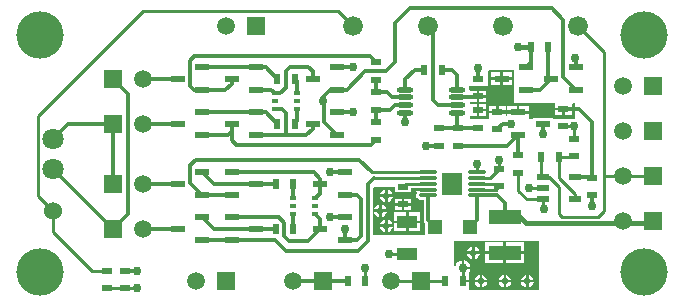
<source format=gtl>
G04 Layer_Physical_Order=1*
G04 Layer_Color=255*
%FSLAX24Y24*%
%MOIN*%
G70*
G01*
G75*
%ADD10R,0.0354X0.0197*%
%ADD11R,0.0197X0.0354*%
%ADD12R,0.0512X0.0236*%
%ADD13R,0.0661X0.0740*%
%ADD14O,0.0630X0.0118*%
%ADD15O,0.0571X0.0177*%
%ADD16R,0.0236X0.0165*%
%ADD17R,0.0413X0.0236*%
%ADD18R,0.0512X0.0512*%
%ADD19R,0.1102X0.0492*%
%ADD20R,0.0669X0.0433*%
%ADD21C,0.0120*%
%ADD22C,0.0100*%
%ADD23C,0.0150*%
%ADD24R,0.0591X0.0591*%
%ADD25C,0.0591*%
%ADD26C,0.0661*%
%ADD27C,0.0709*%
%ADD28C,0.0300*%
%ADD29C,0.0197*%
%ADD30C,0.0600*%
%ADD31C,0.0220*%
%ADD32C,0.1575*%
G36*
X29950Y14700D02*
X27634D01*
X27594Y14723D01*
X27594Y14750D01*
Y14960D01*
X27395D01*
Y15040D01*
X27594D01*
Y15277D01*
X27594Y15277D01*
X27594D01*
X27612Y15320D01*
X27631Y15348D01*
X27642Y15405D01*
X27395D01*
Y15445D01*
X27355D01*
Y15692D01*
X27298Y15681D01*
X27215Y15626D01*
X27160Y15543D01*
X27150Y15494D01*
X27100Y15499D01*
Y16350D01*
X29950D01*
Y14700D01*
D02*
G37*
G36*
X29100Y20950D02*
X30425Y20950D01*
X30473Y20944D01*
X30473Y20900D01*
Y20785D01*
X31027D01*
Y20900D01*
X31075Y20950D01*
X31150D01*
Y20435D01*
X31115Y20400D01*
X30399Y20400D01*
Y20448D01*
X29727D01*
Y20435D01*
X29692Y20400D01*
X29640D01*
X29593Y20406D01*
Y20584D01*
X28881D01*
Y20498D01*
X28877Y20496D01*
X28827Y20525D01*
Y20605D01*
X28273D01*
Y20450D01*
X28265Y20400D01*
X27650Y20400D01*
Y20497D01*
X27860D01*
Y20695D01*
Y20894D01*
X27650D01*
Y20956D01*
X27860D01*
Y21155D01*
Y21353D01*
X27623D01*
X27600Y21394D01*
Y21500D01*
X28250D01*
X28250Y22015D01*
X28285Y22050D01*
X29100D01*
X29100Y20950D01*
D02*
G37*
G36*
X25143Y18150D02*
Y17967D01*
X25657D01*
Y18117D01*
X25777D01*
X25797Y18093D01*
X26233D01*
Y18013D01*
X25823D01*
X25827Y17991D01*
X25862Y17938D01*
X25864Y17937D01*
X25846Y17911D01*
X25835Y17856D01*
X25846Y17802D01*
X25877Y17756D01*
X25923Y17725D01*
X25977Y17715D01*
X26090D01*
Y17026D01*
X26090Y17026D01*
X26101Y16972D01*
X26124Y16938D01*
Y16550D01*
X24428Y16550D01*
X24393Y16585D01*
Y17311D01*
X24403Y17312D01*
Y17388D01*
X24393Y17389D01*
Y18115D01*
X24428Y18150D01*
X25143D01*
D02*
G37*
%LPC*%
G36*
X28750Y16296D02*
X28139D01*
Y15990D01*
X28750D01*
Y16296D01*
D02*
G37*
G36*
X29441D02*
X28830D01*
Y15990D01*
X29441D01*
Y16296D01*
D02*
G37*
G36*
X27710Y16156D02*
X27668Y16148D01*
X27599Y16101D01*
X27552Y16032D01*
X27544Y15990D01*
X27710D01*
Y16156D01*
D02*
G37*
G36*
X29441Y15910D02*
X28830D01*
Y15604D01*
X29441D01*
Y15910D01*
D02*
G37*
G36*
X27710Y15910D02*
X27544D01*
X27552Y15868D01*
X27599Y15799D01*
X27668Y15752D01*
X27710Y15744D01*
Y15910D01*
D02*
G37*
G36*
X27956D02*
X27790D01*
Y15744D01*
X27832Y15752D01*
X27901Y15799D01*
X27948Y15868D01*
X27956Y15910D01*
D02*
G37*
G36*
X27790Y16156D02*
Y15990D01*
X27956D01*
X27948Y16032D01*
X27901Y16101D01*
X27832Y16148D01*
X27790Y16156D01*
D02*
G37*
G36*
X25510Y16941D02*
X25115D01*
Y16665D01*
X25510D01*
Y16941D01*
D02*
G37*
G36*
X25985D02*
X25590D01*
Y16665D01*
X25985D01*
Y16941D01*
D02*
G37*
G36*
X24810Y17056D02*
X24768Y17048D01*
X24699Y17001D01*
X24652Y16932D01*
X24644Y16890D01*
X24810D01*
Y17056D01*
D02*
G37*
G36*
X27960Y14960D02*
X27794D01*
X27802Y14918D01*
X27849Y14849D01*
X27918Y14802D01*
X27960Y14794D01*
Y14960D01*
D02*
G37*
G36*
X24810Y16810D02*
X24644D01*
X24652Y16768D01*
X24699Y16699D01*
X24768Y16652D01*
X24810Y16644D01*
Y16810D01*
D02*
G37*
G36*
X25056D02*
X24890D01*
Y16644D01*
X24932Y16652D01*
X25001Y16699D01*
X25048Y16768D01*
X25056Y16810D01*
D02*
G37*
G36*
X27960Y15206D02*
X27918Y15198D01*
X27849Y15151D01*
X27802Y15082D01*
X27794Y15040D01*
X27960D01*
Y15206D01*
D02*
G37*
G36*
X28040D02*
Y15040D01*
X28206D01*
X28198Y15082D01*
X28151Y15151D01*
X28082Y15198D01*
X28040Y15206D01*
D02*
G37*
G36*
X28760D02*
X28718Y15198D01*
X28649Y15151D01*
X28602Y15082D01*
X28594Y15040D01*
X28760D01*
Y15206D01*
D02*
G37*
G36*
X29006Y14960D02*
X28840D01*
Y14794D01*
X28882Y14802D01*
X28951Y14849D01*
X28998Y14918D01*
X29006Y14960D01*
D02*
G37*
G36*
X29510D02*
X29344D01*
X29352Y14918D01*
X29399Y14849D01*
X29468Y14802D01*
X29510Y14794D01*
Y14960D01*
D02*
G37*
G36*
X29756D02*
X29590D01*
Y14794D01*
X29632Y14802D01*
X29701Y14849D01*
X29748Y14918D01*
X29756Y14960D01*
D02*
G37*
G36*
X28840Y15206D02*
Y15040D01*
X29006D01*
X28998Y15082D01*
X28951Y15151D01*
X28882Y15198D01*
X28840Y15206D01*
D02*
G37*
G36*
X27435Y15692D02*
Y15485D01*
X27642D01*
X27631Y15543D01*
X27576Y15626D01*
X27493Y15681D01*
X27435Y15692D01*
D02*
G37*
G36*
X28206Y14960D02*
X28040D01*
Y14794D01*
X28082Y14802D01*
X28151Y14849D01*
X28198Y14918D01*
X28206Y14960D01*
D02*
G37*
G36*
X28750Y15910D02*
X28139D01*
Y15604D01*
X28750D01*
Y15910D01*
D02*
G37*
G36*
X29510Y15206D02*
X29468Y15198D01*
X29399Y15151D01*
X29352Y15082D01*
X29344Y15040D01*
X29510D01*
Y15206D01*
D02*
G37*
G36*
X29590D02*
Y15040D01*
X29756D01*
X29748Y15082D01*
X29701Y15151D01*
X29632Y15198D01*
X29590Y15206D01*
D02*
G37*
G36*
X28760Y14960D02*
X28594D01*
X28602Y14918D01*
X28649Y14849D01*
X28718Y14802D01*
X28760Y14794D01*
Y14960D01*
D02*
G37*
G36*
X24890Y17056D02*
Y16890D01*
X25056D01*
X25048Y16932D01*
X25001Y17001D01*
X24932Y17048D01*
X24890Y17056D01*
D02*
G37*
G36*
X29593Y20842D02*
X29277D01*
Y20664D01*
X29593D01*
Y20842D01*
D02*
G37*
G36*
X28510Y20844D02*
X28273D01*
Y20685D01*
X28510D01*
Y20844D01*
D02*
G37*
G36*
X28827D02*
X28590D01*
Y20685D01*
X28827D01*
Y20844D01*
D02*
G37*
G36*
X29197Y20842D02*
X28881D01*
Y20664D01*
X29197D01*
Y20842D01*
D02*
G37*
G36*
X28177Y20655D02*
X27940D01*
Y20497D01*
X28177D01*
Y20655D01*
D02*
G37*
G36*
X30710Y20705D02*
X30473D01*
Y20547D01*
X30710D01*
Y20705D01*
D02*
G37*
G36*
X31027D02*
X30790D01*
Y20547D01*
X31027D01*
Y20705D01*
D02*
G37*
G36*
X29043Y21710D02*
X28727D01*
Y21532D01*
X29043D01*
Y21710D01*
D02*
G37*
G36*
X28647Y21968D02*
X28331D01*
Y21790D01*
X28647D01*
Y21968D01*
D02*
G37*
G36*
X29043D02*
X28727D01*
Y21790D01*
X29043D01*
Y21968D01*
D02*
G37*
G36*
X28647Y21710D02*
X28331D01*
Y21532D01*
X28647D01*
Y21710D01*
D02*
G37*
G36*
X28177Y20894D02*
X27940D01*
Y20735D01*
X28177D01*
Y20894D01*
D02*
G37*
G36*
Y21115D02*
X27940D01*
Y20956D01*
X28177D01*
Y21115D01*
D02*
G37*
G36*
X27940Y21353D02*
Y21195D01*
X28177D01*
Y21353D01*
X27940D01*
D02*
G37*
G36*
X25360Y17515D02*
X25123D01*
Y17356D01*
X25360D01*
Y17515D01*
D02*
G37*
G36*
X25677D02*
X25440D01*
Y17356D01*
X25677D01*
Y17515D01*
D02*
G37*
G36*
X24610Y17556D02*
X24568Y17548D01*
X24499Y17501D01*
X24452Y17432D01*
X24444Y17390D01*
X24610D01*
Y17556D01*
D02*
G37*
G36*
X24856Y17310D02*
X24690D01*
Y17144D01*
X24732Y17152D01*
X24801Y17199D01*
X24848Y17268D01*
X24856Y17310D01*
D02*
G37*
G36*
X25510Y17298D02*
X25115D01*
Y17021D01*
X25510D01*
Y17298D01*
D02*
G37*
G36*
X25985D02*
X25590D01*
Y17021D01*
X25985D01*
Y17298D01*
D02*
G37*
G36*
X24610Y17310D02*
X24444D01*
X24452Y17268D01*
X24499Y17199D01*
X24568Y17152D01*
X24610Y17144D01*
Y17310D01*
D02*
G37*
G36*
X25056Y17810D02*
X24890D01*
Y17644D01*
X24932Y17652D01*
X25001Y17699D01*
X25048Y17768D01*
X25056Y17810D01*
D02*
G37*
G36*
X24810Y18056D02*
X24768Y18048D01*
X24699Y18001D01*
X24652Y17932D01*
X24644Y17890D01*
X24810D01*
Y18056D01*
D02*
G37*
G36*
X24890D02*
Y17890D01*
X25056D01*
X25048Y17932D01*
X25001Y18001D01*
X24932Y18048D01*
X24890Y18056D01*
D02*
G37*
G36*
X24810Y17810D02*
X24644D01*
X24652Y17768D01*
X24699Y17699D01*
X24768Y17652D01*
X24810Y17644D01*
Y17810D01*
D02*
G37*
G36*
X24690Y17556D02*
Y17390D01*
X24856D01*
X24848Y17432D01*
X24801Y17501D01*
X24732Y17548D01*
X24690Y17556D01*
D02*
G37*
G36*
X25360Y17753D02*
X25123D01*
Y17595D01*
X25360D01*
Y17753D01*
D02*
G37*
G36*
X25677D02*
X25440D01*
Y17595D01*
X25677D01*
Y17753D01*
D02*
G37*
%LPD*%
D10*
X16150Y15345D02*
D03*
Y14755D02*
D03*
X15550D02*
D03*
Y15345D02*
D03*
X30750Y20155D02*
D03*
Y20745D02*
D03*
X27900Y21745D02*
D03*
Y21155D02*
D03*
X28600Y18745D02*
D03*
Y18155D02*
D03*
X28550Y20055D02*
D03*
Y20645D02*
D03*
X27900Y20695D02*
D03*
Y20105D02*
D03*
X27250Y19505D02*
D03*
Y20095D02*
D03*
X26600Y19505D02*
D03*
Y20095D02*
D03*
X24500Y22295D02*
D03*
Y21705D02*
D03*
Y21295D02*
D03*
Y20705D02*
D03*
Y20295D02*
D03*
Y19705D02*
D03*
X29250Y18605D02*
D03*
Y19195D02*
D03*
X31100Y19745D02*
D03*
Y19155D02*
D03*
X31700Y17855D02*
D03*
Y18445D02*
D03*
X25400Y18145D02*
D03*
Y17555D02*
D03*
D11*
X29655Y22800D02*
D03*
X30245D02*
D03*
X30600Y19150D02*
D03*
X30009D02*
D03*
X26105Y22050D02*
D03*
X26695D02*
D03*
X21795Y21750D02*
D03*
X21205D02*
D03*
X21795Y20250D02*
D03*
X21205D02*
D03*
X26805Y15000D02*
D03*
X27395D02*
D03*
X23555D02*
D03*
X24145D02*
D03*
X21745Y16750D02*
D03*
X21155D02*
D03*
X21745Y18250D02*
D03*
X21155D02*
D03*
D12*
X31163Y21376D02*
D03*
Y22124D02*
D03*
X30337Y21750D02*
D03*
X29237Y20624D02*
D03*
Y19876D02*
D03*
X30063Y20250D02*
D03*
X29513Y21376D02*
D03*
Y22124D02*
D03*
X28687Y21750D02*
D03*
X23213Y21376D02*
D03*
Y22124D02*
D03*
X22387Y21750D02*
D03*
X23213Y19876D02*
D03*
Y20624D02*
D03*
X22387Y20250D02*
D03*
X23463Y17876D02*
D03*
Y18624D02*
D03*
X22637Y18250D02*
D03*
X23463Y16376D02*
D03*
Y17124D02*
D03*
X22637Y16750D02*
D03*
X19687Y17124D02*
D03*
Y16376D02*
D03*
X20513Y16750D02*
D03*
X19687Y18624D02*
D03*
Y17876D02*
D03*
X20513Y18250D02*
D03*
Y19876D02*
D03*
Y20624D02*
D03*
X19687Y20250D02*
D03*
X20513Y21376D02*
D03*
Y22124D02*
D03*
X19687Y21750D02*
D03*
X18713Y16376D02*
D03*
Y17124D02*
D03*
X17887Y16750D02*
D03*
X18713Y17876D02*
D03*
Y18624D02*
D03*
X17887Y18250D02*
D03*
X18713Y21376D02*
D03*
Y22124D02*
D03*
X17887Y21750D02*
D03*
X18713Y19876D02*
D03*
Y20624D02*
D03*
X17887Y20250D02*
D03*
D13*
X27050Y18250D02*
D03*
D14*
X27867Y17856D02*
D03*
Y18053D02*
D03*
Y18250D02*
D03*
Y18447D02*
D03*
Y18644D02*
D03*
X26233Y17856D02*
D03*
Y18053D02*
D03*
Y18250D02*
D03*
Y18447D02*
D03*
Y18644D02*
D03*
D15*
X25484Y21384D02*
D03*
Y21128D02*
D03*
Y20872D02*
D03*
Y20616D02*
D03*
X27216Y21384D02*
D03*
Y21128D02*
D03*
Y20872D02*
D03*
Y20616D02*
D03*
D16*
X21126Y21256D02*
D03*
Y21000D02*
D03*
Y20744D02*
D03*
X21874D02*
D03*
Y21000D02*
D03*
Y21256D02*
D03*
X22474Y17244D02*
D03*
Y17500D02*
D03*
Y17756D02*
D03*
X21726D02*
D03*
Y17500D02*
D03*
Y17244D02*
D03*
D17*
X31136Y18474D02*
D03*
Y17726D02*
D03*
X30073D02*
D03*
Y18100D02*
D03*
Y18474D02*
D03*
D18*
X26459Y16800D02*
D03*
X27641D02*
D03*
D19*
X28790Y17150D02*
D03*
Y15950D02*
D03*
D20*
X25550Y16982D02*
D03*
Y15919D02*
D03*
D21*
X25150Y22300D02*
Y23590D01*
X24850Y22000D02*
X25150Y22300D01*
X24150Y22000D02*
X24850D01*
X23526Y21376D02*
X24150Y22000D01*
X16150Y15345D02*
X16545D01*
X31150Y22450D02*
X31163Y22437D01*
Y22124D02*
Y22437D01*
X30733Y21807D02*
X31163Y21376D01*
X30733Y21807D02*
Y23717D01*
X30360Y24090D02*
X30733Y23717D01*
X25650Y24090D02*
X30360D01*
X25150Y23590D02*
X25650Y24090D01*
X23213Y21376D02*
X23526D01*
X22750Y15000D02*
X23555D01*
X26250Y23500D02*
X26400Y23350D01*
Y21050D02*
Y23350D01*
X27900Y21745D02*
Y22100D01*
X31700Y17500D02*
Y17855D01*
X21750Y15000D02*
X22750D01*
X30750Y20745D02*
X31255D01*
X31700Y20300D01*
Y18445D02*
Y20300D01*
X29237Y19876D02*
X29250Y19863D01*
Y19195D02*
Y19863D01*
X31136Y18474D02*
X31685D01*
X16750Y16750D02*
X17887D01*
X16750Y18250D02*
X17887D01*
X16750Y20250D02*
X17887D01*
X16750Y21750D02*
X17887D01*
X15750D02*
X16250Y21250D01*
Y17250D02*
Y21250D01*
X15750Y16750D02*
X16250Y17250D01*
X15750Y18250D02*
Y20250D01*
X14250D02*
X15750D01*
X13750Y19750D02*
X14250Y20250D01*
X13750Y18750D02*
X15750Y16750D01*
X27873Y21128D02*
X27900Y21155D01*
X27216Y21128D02*
X27873D01*
X26400Y21050D02*
X26578Y20872D01*
X27216D01*
X27891Y20095D02*
X27900Y20105D01*
X27250Y20095D02*
X27891D01*
X26600D02*
X27250D01*
X27216Y20129D02*
Y20616D01*
X27250Y19505D02*
X27255Y19500D01*
X28790Y17150D02*
Y17610D01*
X28544Y17856D02*
X28790Y17610D01*
X27867Y17856D02*
X28544D01*
X27641Y16800D02*
X27867Y17026D01*
Y17856D01*
X26233Y17026D02*
X26459Y16800D01*
X26233Y17026D02*
Y17856D01*
X30063Y19913D02*
Y20250D01*
X28745D02*
X29000D01*
X28550Y20055D02*
X28745Y20250D01*
X30245Y21841D02*
X30337Y21750D01*
X30245Y21841D02*
Y22800D01*
X29513Y22124D02*
X29655Y22265D01*
Y22800D01*
X29963Y21376D02*
X30337Y21750D01*
X29513Y21376D02*
X29963D01*
X29215Y20645D02*
X29237Y20624D01*
X28550Y20645D02*
X29215D01*
X27255Y19500D02*
X28861D01*
X29237Y19876D01*
X27216Y21384D02*
Y21884D01*
X27050Y22050D02*
X27216Y21884D01*
X26695Y22050D02*
X27050D01*
X25800D02*
X26105D01*
X25484Y21734D02*
X25800Y22050D01*
X25484Y21384D02*
Y21734D01*
Y20316D02*
Y20616D01*
X24500Y20705D02*
X24955D01*
X25122Y20872D01*
X25484D01*
X24500Y21295D02*
X24855D01*
X25022Y21128D01*
X25484D01*
X26155Y19505D02*
X26600D01*
X18424Y21376D02*
X18713D01*
X18300Y21500D02*
X18424Y21376D01*
X18300Y21500D02*
Y22350D01*
X18450Y22500D01*
X24295D01*
X24500Y22295D01*
Y21295D02*
Y21705D01*
Y20295D02*
Y20705D01*
X19687Y19713D02*
Y19987D01*
Y19713D02*
X19850Y19550D01*
X24345D01*
X24500Y19705D01*
X19687Y19987D02*
Y20250D01*
X19576Y19876D02*
X19687Y19987D01*
X18713Y19876D02*
X19576D01*
X19687Y18624D02*
X22424D01*
X22637Y18411D01*
X18317Y18867D02*
X18500Y19050D01*
X18317Y18272D02*
Y18867D01*
Y18272D02*
X18713Y17876D01*
X23213Y22124D02*
X23726D01*
X23213Y20624D02*
X23726D01*
X22783Y20307D02*
X23213Y19876D01*
X22783Y20307D02*
Y20967D01*
X22750Y21000D02*
X22783Y20967D01*
X22750Y21000D02*
Y21150D01*
X22976Y21376D01*
X23213D01*
X22387Y20087D02*
Y20250D01*
X22176Y19876D02*
X22387Y20087D01*
X21426Y19876D02*
X22176D01*
X21795Y20250D02*
X21874Y20329D01*
Y20744D01*
X21126D02*
X21356D01*
X21500Y20600D01*
Y19950D02*
Y20600D01*
X21426Y19876D02*
X21500Y19950D01*
X20513Y19876D02*
X21426D01*
X20831Y20624D02*
X21205Y20250D01*
X20513Y20624D02*
X20831D01*
X18713D02*
X20513D01*
X19687Y21587D02*
Y21750D01*
X19476Y21376D02*
X19687Y21587D01*
X18713Y21376D02*
X19476D01*
X22387Y21750D02*
Y22013D01*
X22250Y22150D02*
X22387Y22013D01*
X21650Y22150D02*
X22250D01*
X21500Y22000D02*
X21650Y22150D01*
X21500Y21450D02*
Y22000D01*
X21306Y21256D02*
X21500Y21450D01*
X21126Y21256D02*
X21306D01*
X21006Y21376D02*
X21126Y21256D01*
X20513Y21376D02*
X21006D01*
X21874Y21256D02*
Y21671D01*
X21795Y21750D02*
X21874Y21671D01*
X20831Y22124D02*
X21205Y21750D01*
X20513Y22124D02*
X20831D01*
X18713D02*
X20513D01*
X23463Y16376D02*
X23876D01*
X24000Y16500D01*
Y17750D01*
X23874Y17876D02*
X24000Y17750D01*
X23463Y17876D02*
X23874D01*
X23463Y16376D02*
Y16737D01*
X22976Y18624D02*
X23463D01*
X22974Y17124D02*
X23463D01*
X24250Y18246D02*
X24450Y18446D01*
X24250Y16350D02*
Y18246D01*
X23900Y16000D02*
X24250Y16350D01*
X21500Y16000D02*
X23900D01*
X21124Y16376D02*
X21500Y16000D01*
X19687Y16376D02*
X21124D01*
X22637Y18250D02*
Y18411D01*
X23950Y19050D02*
X24354Y18646D01*
X18500Y19050D02*
X23950D01*
X19687Y17124D02*
X21276D01*
X21450Y16950D01*
Y16500D02*
Y16950D01*
Y16500D02*
X21600Y16350D01*
X22237D01*
X22637Y16750D01*
Y17082D01*
X22474Y17244D02*
X22637Y17082D01*
Y17919D02*
Y18250D01*
X22474Y17756D02*
X22637Y17919D01*
X21745Y17775D02*
Y18250D01*
Y16750D02*
Y17225D01*
X19687Y17876D02*
X19687Y17876D01*
X18713Y17876D02*
X19687D01*
X18713Y18674D02*
X18738Y18649D01*
X20513Y18250D02*
X21155D01*
X19087D02*
X20513D01*
X18713Y18624D02*
X19087Y18250D01*
X19687Y16376D02*
X19687Y16376D01*
X18713Y16376D02*
X19687D01*
X20513Y16750D02*
X21155D01*
X19087D02*
X20513D01*
X18713Y17124D02*
X19087Y16750D01*
D22*
X30073Y17427D02*
Y17726D01*
Y17427D02*
X30100Y17400D01*
X15550Y14755D02*
X16545D01*
X15050Y15350D02*
X15550D01*
X13750Y16650D02*
X15050Y15350D01*
X13750Y16650D02*
Y17350D01*
X13250Y17850D02*
Y20500D01*
Y17850D02*
X13750Y17350D01*
X32100Y18500D02*
Y22650D01*
Y17350D02*
Y18500D01*
X32750D01*
X33750D01*
X31900Y17150D02*
X32100Y17350D01*
X30700Y17150D02*
X31900D01*
X30600Y17250D02*
X30700Y17150D01*
X31250Y23500D02*
X32100Y22650D01*
X30600Y17250D02*
Y18150D01*
X30276Y18474D02*
X30600Y18150D01*
X30073Y18474D02*
X30276D01*
X31136Y17726D02*
Y17914D01*
X30600Y18450D02*
X31136Y17914D01*
X30600Y18450D02*
Y19150D01*
X27867Y18644D02*
Y18917D01*
X27395Y15000D02*
Y15445D01*
X26000Y15000D02*
X26805D01*
X24145D02*
Y15445D01*
X28600Y18745D02*
Y19050D01*
X28302Y18447D02*
X28600Y18745D01*
X27867Y18447D02*
X28302D01*
X13250Y20500D02*
X16750Y24000D01*
X23250D01*
X23750Y23500D01*
X25000Y15000D02*
X26000D01*
X31100Y19745D02*
X31105Y19750D01*
Y20155D01*
X30750D02*
X31105D01*
X29250Y18000D02*
Y18605D01*
Y18000D02*
X29524Y17726D01*
X30073D01*
X29605Y18100D02*
X30073D01*
X30009Y18538D02*
Y19150D01*
Y18538D02*
X30073Y18474D01*
X30600Y19150D02*
X31059D01*
X24950Y15919D02*
X25550D01*
X24450Y18446D02*
X25000D01*
X24356Y18644D02*
X26233D01*
X28498Y18053D02*
X28600Y18155D01*
X27867Y18053D02*
X28498D01*
X28505Y18250D02*
X28600Y18155D01*
X27867Y18250D02*
X28505D01*
X25400Y18145D02*
X25505Y18250D01*
X26233D01*
X24354Y18646D02*
X24356Y18644D01*
X25000Y18446D02*
X25001Y18447D01*
X26233D01*
D23*
X29505Y16945D02*
X33695D01*
X29250Y22800D02*
X29655D01*
X29300Y17150D02*
X29505Y16945D01*
X28790Y17150D02*
X29300D01*
X33695Y16945D02*
X33750Y17000D01*
D24*
X20500Y23500D02*
D03*
X15750Y20250D02*
D03*
X33750Y18500D02*
D03*
X15750Y16750D02*
D03*
Y18250D02*
D03*
X22750Y15000D02*
D03*
X19500D02*
D03*
X33750Y17000D02*
D03*
Y20000D02*
D03*
X15750Y21750D02*
D03*
X26000Y15000D02*
D03*
X33750Y21500D02*
D03*
D25*
X19500Y23500D02*
D03*
X16750Y20250D02*
D03*
X32750Y18500D02*
D03*
X16750Y16750D02*
D03*
Y18250D02*
D03*
X21750Y15000D02*
D03*
X18500D02*
D03*
X32750Y17000D02*
D03*
Y20000D02*
D03*
X16750Y21750D02*
D03*
X25000Y15000D02*
D03*
X32750Y21500D02*
D03*
D26*
X31250Y23500D02*
D03*
X23750D02*
D03*
X28750D02*
D03*
X26250D02*
D03*
D27*
X13750Y19750D02*
D03*
Y18750D02*
D03*
D28*
X30100Y17400D02*
D03*
X16545Y14755D02*
D03*
Y15345D02*
D03*
X31150Y22450D02*
D03*
X29250Y22800D02*
D03*
X27867Y18917D02*
D03*
X27395Y15445D02*
D03*
X24145D02*
D03*
X28600Y19050D02*
D03*
X31105Y20155D02*
D03*
X27900Y22100D02*
D03*
X31700Y17500D02*
D03*
X29605Y18100D02*
D03*
X24950Y15919D02*
D03*
X30063Y19913D02*
D03*
X29000Y20250D02*
D03*
X25484Y20316D02*
D03*
X26155Y19505D02*
D03*
X23726Y22124D02*
D03*
Y20624D02*
D03*
X22750Y21000D02*
D03*
X23463Y16737D02*
D03*
X22976Y18624D02*
D03*
X22974Y17124D02*
D03*
D29*
X27050Y18033D02*
D03*
Y18467D02*
D03*
D30*
X13750Y17350D02*
D03*
D31*
X27750Y15950D02*
D03*
X29550Y15000D02*
D03*
X28800D02*
D03*
X28000D02*
D03*
X24650Y17350D02*
D03*
X24850Y16850D02*
D03*
Y17850D02*
D03*
D32*
X33450Y15300D02*
D03*
Y23200D02*
D03*
X13300Y15300D02*
D03*
Y23200D02*
D03*
M02*

</source>
